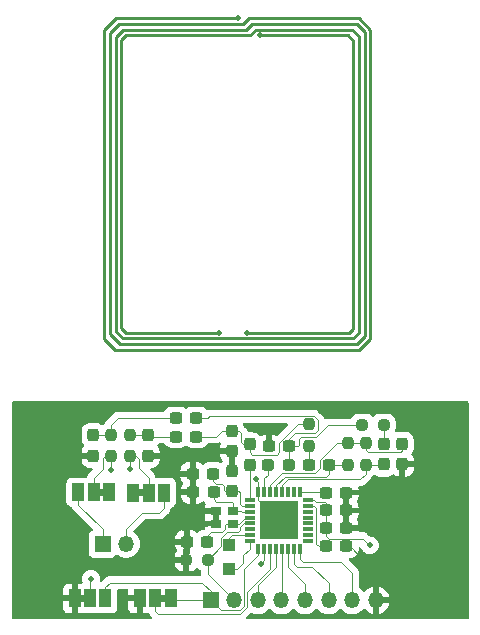
<source format=gtl>
G04 #@! TF.GenerationSoftware,KiCad,Pcbnew,7.0.9*
G04 #@! TF.CreationDate,2024-04-03T14:15:51+02:00*
G04 #@! TF.ProjectId,NFC_Programmer,4e46435f-5072-46f6-9772-616d6d65722e,3.0*
G04 #@! TF.SameCoordinates,Original*
G04 #@! TF.FileFunction,Copper,L1,Top*
G04 #@! TF.FilePolarity,Positive*
%FSLAX46Y46*%
G04 Gerber Fmt 4.6, Leading zero omitted, Abs format (unit mm)*
G04 Created by KiCad (PCBNEW 7.0.9) date 2024-04-03 14:15:51*
%MOMM*%
%LPD*%
G01*
G04 APERTURE LIST*
G04 Aperture macros list*
%AMRoundRect*
0 Rectangle with rounded corners*
0 $1 Rounding radius*
0 $2 $3 $4 $5 $6 $7 $8 $9 X,Y pos of 4 corners*
0 Add a 4 corners polygon primitive as box body*
4,1,4,$2,$3,$4,$5,$6,$7,$8,$9,$2,$3,0*
0 Add four circle primitives for the rounded corners*
1,1,$1+$1,$2,$3*
1,1,$1+$1,$4,$5*
1,1,$1+$1,$6,$7*
1,1,$1+$1,$8,$9*
0 Add four rect primitives between the rounded corners*
20,1,$1+$1,$2,$3,$4,$5,0*
20,1,$1+$1,$4,$5,$6,$7,0*
20,1,$1+$1,$6,$7,$8,$9,0*
20,1,$1+$1,$8,$9,$2,$3,0*%
G04 Aperture macros list end*
G04 #@! TA.AperFunction,SMDPad,CuDef*
%ADD10RoundRect,0.237500X-0.237500X0.250000X-0.237500X-0.250000X0.237500X-0.250000X0.237500X0.250000X0*%
G04 #@! TD*
G04 #@! TA.AperFunction,SMDPad,CuDef*
%ADD11RoundRect,0.237500X0.300000X0.237500X-0.300000X0.237500X-0.300000X-0.237500X0.300000X-0.237500X0*%
G04 #@! TD*
G04 #@! TA.AperFunction,SMDPad,CuDef*
%ADD12RoundRect,0.237500X0.237500X-0.250000X0.237500X0.250000X-0.237500X0.250000X-0.237500X-0.250000X0*%
G04 #@! TD*
G04 #@! TA.AperFunction,SMDPad,CuDef*
%ADD13R,1.000000X1.500000*%
G04 #@! TD*
G04 #@! TA.AperFunction,SMDPad,CuDef*
%ADD14R,1.000000X1.000000*%
G04 #@! TD*
G04 #@! TA.AperFunction,ComponentPad*
%ADD15R,1.350000X1.350000*%
G04 #@! TD*
G04 #@! TA.AperFunction,ComponentPad*
%ADD16O,1.350000X1.350000*%
G04 #@! TD*
G04 #@! TA.AperFunction,SMDPad,CuDef*
%ADD17RoundRect,0.237500X0.237500X-0.287500X0.237500X0.287500X-0.237500X0.287500X-0.237500X-0.287500X0*%
G04 #@! TD*
G04 #@! TA.AperFunction,SMDPad,CuDef*
%ADD18R,0.900000X0.800000*%
G04 #@! TD*
G04 #@! TA.AperFunction,SMDPad,CuDef*
%ADD19RoundRect,0.237500X0.237500X-0.300000X0.237500X0.300000X-0.237500X0.300000X-0.237500X-0.300000X0*%
G04 #@! TD*
G04 #@! TA.AperFunction,SMDPad,CuDef*
%ADD20RoundRect,0.237500X-0.237500X0.300000X-0.237500X-0.300000X0.237500X-0.300000X0.237500X0.300000X0*%
G04 #@! TD*
G04 #@! TA.AperFunction,SMDPad,CuDef*
%ADD21R,0.850000X0.300000*%
G04 #@! TD*
G04 #@! TA.AperFunction,SMDPad,CuDef*
%ADD22R,0.300000X0.850000*%
G04 #@! TD*
G04 #@! TA.AperFunction,SMDPad,CuDef*
%ADD23R,3.250000X3.250000*%
G04 #@! TD*
G04 #@! TA.AperFunction,SMDPad,CuDef*
%ADD24RoundRect,0.237500X-0.300000X-0.237500X0.300000X-0.237500X0.300000X0.237500X-0.300000X0.237500X0*%
G04 #@! TD*
G04 #@! TA.AperFunction,SMDPad,CuDef*
%ADD25RoundRect,0.237500X-0.250000X-0.237500X0.250000X-0.237500X0.250000X0.237500X-0.250000X0.237500X0*%
G04 #@! TD*
G04 #@! TA.AperFunction,SMDPad,CuDef*
%ADD26RoundRect,0.237500X-0.287500X-0.237500X0.287500X-0.237500X0.287500X0.237500X-0.287500X0.237500X0*%
G04 #@! TD*
G04 #@! TA.AperFunction,SMDPad,CuDef*
%ADD27RoundRect,0.237500X0.250000X0.237500X-0.250000X0.237500X-0.250000X-0.237500X0.250000X-0.237500X0*%
G04 #@! TD*
G04 #@! TA.AperFunction,ViaPad*
%ADD28C,0.360000*%
G04 #@! TD*
G04 #@! TA.AperFunction,ViaPad*
%ADD29C,0.500000*%
G04 #@! TD*
G04 #@! TA.AperFunction,Conductor*
%ADD30C,0.100000*%
G04 #@! TD*
G04 #@! TA.AperFunction,Conductor*
%ADD31C,0.250000*%
G04 #@! TD*
G04 APERTURE END LIST*
G04 #@! TA.AperFunction,EtchedComponent*
G36*
X132035000Y-99000000D02*
G01*
X131535000Y-99000000D01*
X131535000Y-98400000D01*
X132035000Y-98400000D01*
X132035000Y-99000000D01*
G37*
G04 #@! TD.AperFunction*
G04 #@! TA.AperFunction,EtchedComponent*
G36*
X128675000Y-98990000D02*
G01*
X128175000Y-98990000D01*
X128175000Y-98390000D01*
X128675000Y-98390000D01*
X128675000Y-98990000D01*
G37*
G04 #@! TD.AperFunction*
G04 #@! TA.AperFunction,EtchedComponent*
G36*
X133910000Y-107970000D02*
G01*
X133410000Y-107970000D01*
X133410000Y-107370000D01*
X133910000Y-107370000D01*
X133910000Y-107970000D01*
G37*
G04 #@! TD.AperFunction*
G04 #@! TA.AperFunction,EtchedComponent*
G36*
X127070000Y-107970000D02*
G01*
X126570000Y-107970000D01*
X126570000Y-107370000D01*
X127070000Y-107370000D01*
X127070000Y-107970000D01*
G37*
G04 #@! TD.AperFunction*
D10*
X150813750Y-94545000D03*
X150813750Y-96370000D03*
D11*
X147696750Y-96380000D03*
X145971750Y-96380000D03*
D12*
X145994250Y-94742500D03*
X145994250Y-92917500D03*
D13*
X131135000Y-98700000D03*
X132435000Y-98700000D03*
X133735000Y-98700000D03*
D14*
X139270000Y-103140000D03*
D11*
X137886750Y-97110000D03*
X136161750Y-97110000D03*
D15*
X128530000Y-103060000D03*
D16*
X130530000Y-103060000D03*
D17*
X140994250Y-96385000D03*
X140994250Y-94635000D03*
D11*
X136462500Y-93970000D03*
X134737500Y-93970000D03*
D18*
X139571750Y-100230000D03*
X138171750Y-100230000D03*
X138171750Y-101330000D03*
X139571750Y-101330000D03*
D19*
X139504250Y-98602500D03*
X139504250Y-96877500D03*
D20*
X139464250Y-93467500D03*
X139464250Y-95192500D03*
D21*
X145914250Y-102820000D03*
X145914250Y-102320000D03*
X145914250Y-101820000D03*
X145914250Y-101320000D03*
X145914250Y-100820000D03*
X145914250Y-100320000D03*
X145914250Y-99820000D03*
X145914250Y-99320000D03*
D22*
X145214250Y-98620000D03*
X144714250Y-98620000D03*
X144214250Y-98620000D03*
X143714250Y-98620000D03*
X143214250Y-98620000D03*
X142714250Y-98620000D03*
X142214250Y-98620000D03*
X141714250Y-98620000D03*
D21*
X141014250Y-99320000D03*
X141014250Y-99820000D03*
X141014250Y-100320000D03*
X141014250Y-100820000D03*
X141014250Y-101320000D03*
X141014250Y-101820000D03*
X141014250Y-102320000D03*
X141014250Y-102820000D03*
D22*
X141714250Y-103520000D03*
X142214250Y-103520000D03*
X142714250Y-103520000D03*
X143214250Y-103520000D03*
X143714250Y-103520000D03*
X144214250Y-103520000D03*
X144714250Y-103520000D03*
X145214250Y-103520000D03*
D23*
X143464250Y-101070000D03*
D15*
X137670000Y-107810000D03*
D16*
X139670000Y-107810000D03*
X141670000Y-107810000D03*
X143670000Y-107810000D03*
X145670000Y-107810000D03*
X147670000Y-107810000D03*
X149670000Y-107810000D03*
X151670000Y-107810000D03*
D10*
X130835000Y-93800000D03*
X130835000Y-95625000D03*
D19*
X152344250Y-96320000D03*
X152344250Y-94595000D03*
D11*
X136462500Y-92400000D03*
X134737500Y-92400000D03*
D24*
X147445000Y-98700000D03*
X149170000Y-98700000D03*
X147445000Y-100220000D03*
X149170000Y-100220000D03*
D12*
X149283250Y-96370000D03*
X149283250Y-94545000D03*
D20*
X153904250Y-94587500D03*
X153904250Y-96312500D03*
D24*
X147445000Y-101740000D03*
X149170000Y-101740000D03*
D10*
X129285000Y-93800000D03*
X129285000Y-95625000D03*
D25*
X150522500Y-92990000D03*
X152347500Y-92990000D03*
D20*
X132385000Y-93850000D03*
X132385000Y-95575000D03*
D19*
X127725000Y-95575000D03*
X127725000Y-93850000D03*
D11*
X137405000Y-102870000D03*
X135680000Y-102870000D03*
D26*
X142544250Y-96400000D03*
X144294250Y-96400000D03*
D27*
X137452500Y-104400000D03*
X135627500Y-104400000D03*
D13*
X129075000Y-98690000D03*
X127775000Y-98690000D03*
X126475000Y-98690000D03*
X134310000Y-107670000D03*
X133010000Y-107670000D03*
X131710000Y-107670000D03*
X126170000Y-107670000D03*
X127470000Y-107670000D03*
X128770000Y-107670000D03*
D24*
X142609250Y-94790000D03*
X144334250Y-94790000D03*
D11*
X137926750Y-98680000D03*
X136201750Y-98680000D03*
D14*
X139270000Y-105200000D03*
D24*
X147445000Y-103260000D03*
X149170000Y-103260000D03*
D28*
X159130000Y-95860000D03*
X128970000Y-104540000D03*
X157940000Y-91280000D03*
X131870000Y-105550000D03*
X124300000Y-91250000D03*
X125190000Y-98820000D03*
X127340000Y-91240000D03*
X157250000Y-91280000D03*
X129940000Y-105570000D03*
X142640000Y-109210000D03*
X135120000Y-99770000D03*
X150620000Y-109150000D03*
X121160000Y-98970000D03*
X122870000Y-109150000D03*
X154830000Y-109120000D03*
D29*
X134251582Y-95601582D03*
D28*
X126460000Y-94700000D03*
X144350000Y-91290000D03*
X159080000Y-104020000D03*
X155130000Y-94450000D03*
X129220000Y-91250000D03*
X125190000Y-98210000D03*
X130030000Y-109160000D03*
X134590000Y-100240000D03*
X148440000Y-92230000D03*
X150480000Y-99510000D03*
X154370000Y-97580000D03*
X153610000Y-106680000D03*
X155400000Y-109120000D03*
X123600000Y-91240000D03*
X133980000Y-97190000D03*
X159130000Y-96470000D03*
X121160000Y-92260000D03*
X152660000Y-97670000D03*
X134450000Y-102200000D03*
X154960000Y-93780000D03*
X125860000Y-109180000D03*
X121170000Y-91560000D03*
X141860000Y-91280000D03*
X121120000Y-108950000D03*
X148700000Y-91290000D03*
X158550000Y-91280000D03*
X125740000Y-97180000D03*
X121130000Y-106460000D03*
X132560000Y-101260000D03*
X137450000Y-95930000D03*
X159120000Y-92860000D03*
X127700000Y-104640000D03*
X143780000Y-91290000D03*
X124910000Y-108130000D03*
X148000000Y-91280000D03*
X121160000Y-92870000D03*
X151917606Y-102411550D03*
X152920000Y-91280000D03*
X147701096Y-92221952D03*
X149280000Y-92220000D03*
X159090000Y-99740000D03*
X139410000Y-91290000D03*
X159090000Y-101530000D03*
X132820000Y-105550000D03*
X131290000Y-109180000D03*
X133790000Y-101240000D03*
X153610000Y-108460000D03*
X151890000Y-97650000D03*
X159130000Y-95290000D03*
X130870000Y-105570000D03*
X131960000Y-102880000D03*
X134350000Y-103270000D03*
X128320000Y-104550000D03*
X125250000Y-109180000D03*
X127520000Y-92500000D03*
X127740000Y-109160000D03*
X159120000Y-98960000D03*
X126610000Y-96460000D03*
X134330000Y-104370000D03*
X131630000Y-104040000D03*
X158390000Y-109150000D03*
X121130000Y-104670000D03*
X134650000Y-105360000D03*
X152310000Y-91280000D03*
X126670000Y-92870000D03*
X126440000Y-93840000D03*
X140680000Y-91280000D03*
X156070000Y-91280000D03*
X136910000Y-99940000D03*
X150460000Y-100300000D03*
X140020000Y-91290000D03*
X153450000Y-97640000D03*
X134950000Y-98240000D03*
X154170000Y-109120000D03*
X151364342Y-91970000D03*
X135077887Y-95174346D03*
X155410000Y-91290000D03*
X159080000Y-107150000D03*
X123410000Y-109150000D03*
X159090000Y-105270000D03*
X136980000Y-95110000D03*
X128330000Y-92550000D03*
X153140000Y-106270000D03*
X150470000Y-98680000D03*
X148720000Y-109150000D03*
X121160000Y-94050000D03*
X121810000Y-91240000D03*
D29*
X142620000Y-93280000D03*
D28*
X131010000Y-91250000D03*
X121690000Y-109150000D03*
X149880000Y-91290000D03*
X125480000Y-91250000D03*
X128310000Y-109160000D03*
X153610000Y-107250000D03*
X127050000Y-102380000D03*
X127910000Y-91240000D03*
X156550000Y-109120000D03*
X153600000Y-109120000D03*
X131820000Y-109180000D03*
X151460000Y-104220000D03*
X124910000Y-107590000D03*
X150530000Y-100960000D03*
X134950000Y-96480000D03*
X136540000Y-95870000D03*
X153540000Y-92730000D03*
X131960000Y-101650000D03*
X121130000Y-105850000D03*
X155130000Y-95290000D03*
X126400000Y-109180000D03*
X130430000Y-104500000D03*
X125760000Y-106200000D03*
X159080000Y-107760000D03*
X124910000Y-106980000D03*
X127050000Y-104100000D03*
X124910000Y-106410000D03*
X133540000Y-91240000D03*
X159090000Y-104660000D03*
X152060000Y-103740000D03*
X128800000Y-105570000D03*
X121120000Y-107160000D03*
X131160000Y-104360000D03*
X121120000Y-108340000D03*
X135620000Y-95890000D03*
X156010000Y-109120000D03*
X132850000Y-91240000D03*
X159130000Y-94680000D03*
X127050000Y-102950000D03*
X121130000Y-100360000D03*
X152220000Y-103020000D03*
X121120000Y-102240000D03*
X152310000Y-106410000D03*
X121160000Y-93440000D03*
X126970000Y-109180000D03*
X151740000Y-91280000D03*
X125190000Y-99360000D03*
X121130000Y-101540000D03*
X159120000Y-93430000D03*
X159090000Y-100920000D03*
X126670000Y-97160000D03*
X128970000Y-92080000D03*
D29*
X150700000Y-104480000D03*
D28*
X159080000Y-108330000D03*
X129460000Y-109160000D03*
X122420000Y-91240000D03*
X159120000Y-97780000D03*
X126540000Y-105870000D03*
X131780000Y-102240000D03*
X121160000Y-98360000D03*
X133530000Y-96280000D03*
X159090000Y-106450000D03*
X121130000Y-105280000D03*
X121120000Y-104030000D03*
X146820000Y-91280000D03*
X129780000Y-104480000D03*
X159130000Y-91550000D03*
X132280000Y-91240000D03*
X136340000Y-101680000D03*
X157120000Y-109120000D03*
X130400000Y-91250000D03*
X128520000Y-91240000D03*
X125670000Y-100350000D03*
X159080000Y-108940000D03*
X159120000Y-97170000D03*
X133210000Y-96990000D03*
X142470000Y-91280000D03*
X154800000Y-91290000D03*
X147200000Y-91900000D03*
X122990000Y-91240000D03*
X125190000Y-99930000D03*
X145600000Y-91280000D03*
X128920000Y-109160000D03*
X151070000Y-98110000D03*
X149310000Y-91290000D03*
X121130000Y-99750000D03*
X124910000Y-91250000D03*
X152170000Y-91820000D03*
X157820000Y-109150000D03*
X154230000Y-91290000D03*
X151130000Y-91280000D03*
X159090000Y-105840000D03*
X129830000Y-91250000D03*
X146210000Y-91280000D03*
X123980000Y-109150000D03*
X137000000Y-100650000D03*
X134960000Y-99050000D03*
D29*
X136870000Y-101300000D03*
D28*
X159090000Y-100350000D03*
X131670000Y-91240000D03*
X127100000Y-101690000D03*
X136100000Y-95140000D03*
X122260000Y-109150000D03*
X146740000Y-109170000D03*
X127050000Y-103560000D03*
X126090000Y-91250000D03*
X159120000Y-98350000D03*
X147390000Y-91280000D03*
X121170000Y-95300000D03*
X126130000Y-100790000D03*
X134890000Y-97330000D03*
X136100000Y-99920000D03*
X121160000Y-97180000D03*
X130670000Y-109180000D03*
X126610000Y-101210000D03*
X121120000Y-107770000D03*
X121170000Y-95870000D03*
X149880000Y-91890000D03*
X144960000Y-91290000D03*
X121120000Y-102850000D03*
X151124464Y-102010199D03*
X159080000Y-102230000D03*
X121120000Y-103420000D03*
X143170000Y-91290000D03*
X124910000Y-108700000D03*
X159120000Y-94040000D03*
X144710000Y-109150000D03*
X134250000Y-100770000D03*
X121130000Y-100930000D03*
X153420000Y-92190000D03*
X155210000Y-96260000D03*
D29*
X137990000Y-95230000D03*
D28*
X121170000Y-96480000D03*
X150570000Y-101750000D03*
X156680000Y-91280000D03*
X125190000Y-97640000D03*
X135450000Y-101790000D03*
X126700000Y-105300000D03*
X159080000Y-102840000D03*
X153610000Y-107890000D03*
X154390000Y-93370000D03*
X153620000Y-91290000D03*
X159120000Y-92250000D03*
X150680000Y-105400000D03*
D29*
X125870000Y-95560000D03*
D28*
X121160000Y-97790000D03*
X150700000Y-106280000D03*
X121170000Y-94690000D03*
X152140000Y-109230000D03*
D29*
X141500000Y-97570000D03*
D28*
X127050000Y-104670000D03*
X155050000Y-97220000D03*
X128250000Y-105320000D03*
X124680000Y-109180000D03*
X159080000Y-103410000D03*
X141290000Y-91280000D03*
X153610000Y-93260000D03*
X133840000Y-105540000D03*
X133130000Y-101260000D03*
X152870000Y-91870000D03*
X150690000Y-91810000D03*
X151510000Y-106310000D03*
X132400000Y-109200000D03*
X150490000Y-91290000D03*
X126730000Y-91240000D03*
X131940000Y-103530000D03*
D29*
X151160000Y-103180000D03*
X127550000Y-105990000D03*
X141910000Y-104760000D03*
X141830000Y-60000000D03*
X140730000Y-85158500D03*
X140010000Y-58550000D03*
X138400000Y-85180000D03*
X130850000Y-96740000D03*
X129280000Y-96770000D03*
D30*
X146610000Y-99990750D02*
X146610000Y-103040000D01*
X146439250Y-99820000D02*
X146610000Y-99990750D01*
X146830000Y-103260000D02*
X147445000Y-103260000D01*
X146610000Y-103040000D02*
X146830000Y-103260000D01*
X145914250Y-99820000D02*
X146439250Y-99820000D01*
X138171750Y-101330000D02*
X136900000Y-101330000D01*
X134225000Y-95575000D02*
X134251582Y-95601582D01*
X142609250Y-94790000D02*
X142609250Y-93290750D01*
X138027500Y-95192500D02*
X137990000Y-95230000D01*
X125885000Y-95575000D02*
X125870000Y-95560000D01*
X136900000Y-101330000D02*
X136870000Y-101300000D01*
X139464250Y-95192500D02*
X138027500Y-95192500D01*
X142609250Y-93290750D02*
X142620000Y-93280000D01*
X143464250Y-101070000D02*
X141714250Y-99320000D01*
X149480000Y-103260000D02*
X150700000Y-104480000D01*
X149170000Y-103260000D02*
X149480000Y-103260000D01*
X141714250Y-97784250D02*
X141500000Y-97570000D01*
X132385000Y-95575000D02*
X134225000Y-95575000D01*
X127725000Y-95575000D02*
X125885000Y-95575000D01*
X141714250Y-98620000D02*
X141714250Y-97784250D01*
X141714250Y-99320000D02*
X141714250Y-98620000D01*
X147365000Y-98620000D02*
X147445000Y-98700000D01*
X145214250Y-98620000D02*
X147365000Y-98620000D01*
X139504250Y-98602500D02*
X140056750Y-98602500D01*
X138824250Y-98510000D02*
X138916750Y-98602500D01*
X137886750Y-97732500D02*
X138134250Y-97980000D01*
X140204250Y-98750000D02*
X140204250Y-99700000D01*
X137886750Y-97110000D02*
X137886750Y-97732500D01*
X138134250Y-97980000D02*
X138684250Y-97980000D01*
X138684250Y-97980000D02*
X138824250Y-98120000D01*
X140324250Y-99820000D02*
X141014250Y-99820000D01*
X140204250Y-99700000D02*
X140324250Y-99820000D01*
X138916750Y-98602500D02*
X139504250Y-98602500D01*
X140056750Y-98602500D02*
X140204250Y-98750000D01*
X138824250Y-98120000D02*
X138824250Y-98510000D01*
X140064250Y-101330000D02*
X139571750Y-101330000D01*
X141014250Y-100820000D02*
X140574250Y-100820000D01*
X137405000Y-102365000D02*
X137690000Y-102080000D01*
X138900000Y-101830000D02*
X138900000Y-101430000D01*
X139000000Y-101330000D02*
X139571750Y-101330000D01*
X140574250Y-100820000D02*
X140064250Y-101330000D01*
X138900000Y-101430000D02*
X139000000Y-101330000D01*
X138650000Y-102080000D02*
X138900000Y-101830000D01*
X137690000Y-102080000D02*
X138650000Y-102080000D01*
X137405000Y-102870000D02*
X137405000Y-102365000D01*
X143714250Y-98095000D02*
X144212250Y-97597000D01*
X150813750Y-97140500D02*
X150813750Y-96370000D01*
X150813750Y-96370000D02*
X152294250Y-96370000D01*
X144212250Y-97597000D02*
X150357250Y-97597000D01*
X150357250Y-97597000D02*
X150813750Y-97140500D01*
X143714250Y-98620000D02*
X143714250Y-98095000D01*
X152294250Y-96370000D02*
X152344250Y-96320000D01*
X152347500Y-94591750D02*
X152344250Y-94595000D01*
X152347500Y-92990000D02*
X152347500Y-94591750D01*
X145050000Y-94790000D02*
X144334250Y-94790000D01*
X136462500Y-92400000D02*
X137430000Y-92400000D01*
X144294250Y-94830000D02*
X144334250Y-94790000D01*
X145170000Y-94670000D02*
X145050000Y-94790000D01*
X146410022Y-92253000D02*
X146750000Y-92592978D01*
X145350000Y-94000000D02*
X145170000Y-94180000D01*
X146570000Y-94000000D02*
X145350000Y-94000000D01*
X150522500Y-92990000D02*
X147580000Y-92990000D01*
X144334250Y-94135750D02*
X144334250Y-94790000D01*
X145170000Y-94180000D02*
X145170000Y-94670000D01*
X137577000Y-92253000D02*
X146410022Y-92253000D01*
X146750000Y-93420000D02*
X146550000Y-93620000D01*
X137430000Y-92400000D02*
X137577000Y-92253000D01*
X144294250Y-96400000D02*
X144294250Y-94830000D01*
X146750000Y-92592978D02*
X146750000Y-93420000D01*
X147580000Y-92990000D02*
X146570000Y-94000000D01*
X144850000Y-93620000D02*
X144334250Y-94135750D01*
X146550000Y-93620000D02*
X144850000Y-93620000D01*
X140994250Y-95284250D02*
X140994250Y-94635000D01*
X145076478Y-92917500D02*
X143480000Y-94513978D01*
X140067500Y-93467500D02*
X140270000Y-93670000D01*
X143480000Y-94513978D02*
X143480000Y-95290000D01*
X143280000Y-95490000D02*
X141200000Y-95490000D01*
X139464250Y-93467500D02*
X140067500Y-93467500D01*
X140445000Y-94635000D02*
X140994250Y-94635000D01*
X145994250Y-92917500D02*
X145076478Y-92917500D01*
X143480000Y-95290000D02*
X143280000Y-95490000D01*
X136462500Y-93970000D02*
X138120000Y-93970000D01*
X140270000Y-94460000D02*
X140445000Y-94635000D01*
X140270000Y-93670000D02*
X140270000Y-94460000D01*
X141200000Y-95490000D02*
X140994250Y-95284250D01*
X138120000Y-93970000D02*
X138622500Y-93467500D01*
X138622500Y-93467500D02*
X139464250Y-93467500D01*
X130835000Y-93800000D02*
X132335000Y-93800000D01*
X132505000Y-93970000D02*
X132385000Y-93850000D01*
X134737500Y-93970000D02*
X132505000Y-93970000D01*
X132335000Y-93800000D02*
X132385000Y-93850000D01*
X127725000Y-93850000D02*
X129235000Y-93850000D01*
X129235000Y-93850000D02*
X129285000Y-93800000D01*
X129870000Y-92400000D02*
X129285000Y-92985000D01*
X129285000Y-92985000D02*
X129285000Y-93800000D01*
X134737500Y-92400000D02*
X129870000Y-92400000D01*
X153904250Y-95145750D02*
X153740500Y-95309500D01*
X143757250Y-97052000D02*
X146532250Y-97052000D01*
X150979500Y-95309500D02*
X150813750Y-95143750D01*
X150813750Y-95143750D02*
X150813750Y-94545000D01*
X146532250Y-97052000D02*
X146954250Y-96630000D01*
X153740500Y-95309500D02*
X150979500Y-95309500D01*
X142714250Y-98095000D02*
X143757250Y-97052000D01*
X149283250Y-94545000D02*
X150813750Y-94545000D01*
X148369250Y-94545000D02*
X149283250Y-94545000D01*
X146954250Y-96630000D02*
X146954250Y-95960000D01*
X153904250Y-94587500D02*
X153904250Y-95145750D01*
X146954250Y-95960000D02*
X148369250Y-94545000D01*
X142714250Y-98620000D02*
X142714250Y-98095000D01*
X143939250Y-97370000D02*
X147474250Y-97370000D01*
X143214250Y-98620000D02*
X143214250Y-98095000D01*
X149273250Y-96380000D02*
X149283250Y-96370000D01*
X143214250Y-98095000D02*
X143939250Y-97370000D01*
X147474250Y-97370000D02*
X147696750Y-97147500D01*
X147696750Y-97147500D02*
X147696750Y-96380000D01*
X147696750Y-96380000D02*
X149273250Y-96380000D01*
X145971750Y-94765000D02*
X145994250Y-94742500D01*
X145971750Y-96380000D02*
X145971750Y-94765000D01*
X140994250Y-99300000D02*
X141014250Y-99320000D01*
X140994250Y-96385000D02*
X140994250Y-99300000D01*
X142214250Y-98620000D02*
X142214250Y-97510000D01*
X142544250Y-97180000D02*
X142544250Y-96400000D01*
X142214250Y-97510000D02*
X142544250Y-97180000D01*
X139270000Y-102540000D02*
X139490000Y-102320000D01*
X139270000Y-103140000D02*
X139270000Y-102540000D01*
X139490000Y-102320000D02*
X141014250Y-102320000D01*
X144214250Y-105004250D02*
X145670000Y-106460000D01*
X145670000Y-106460000D02*
X145670000Y-107810000D01*
X144214250Y-103520000D02*
X144214250Y-105004250D01*
X145214250Y-104314250D02*
X145470000Y-104570000D01*
X148730000Y-104570000D02*
X149670000Y-105510000D01*
X145214250Y-103520000D02*
X145214250Y-104314250D01*
X145470000Y-104570000D02*
X148730000Y-104570000D01*
X149670000Y-105510000D02*
X149670000Y-107810000D01*
X147670000Y-106390000D02*
X147670000Y-107810000D01*
X144714250Y-104734250D02*
X145000000Y-105020000D01*
X144714250Y-103520000D02*
X144714250Y-104734250D01*
X146300000Y-105020000D02*
X147670000Y-106390000D01*
X145000000Y-105020000D02*
X146300000Y-105020000D01*
X140035750Y-102070000D02*
X140198750Y-101907000D01*
X137452500Y-104400000D02*
X137452500Y-105592500D01*
X137452500Y-104400000D02*
X138593000Y-103259500D01*
X138593000Y-102547000D02*
X139070000Y-102070000D01*
X137452500Y-105592500D02*
X139670000Y-107810000D01*
X140489250Y-101320000D02*
X141014250Y-101320000D01*
X138593000Y-103259500D02*
X138593000Y-102547000D01*
X140198750Y-101907000D02*
X140198750Y-101610500D01*
X140198750Y-101610500D02*
X140489250Y-101320000D01*
X139070000Y-102070000D02*
X140035750Y-102070000D01*
X138522000Y-108662000D02*
X137670000Y-107810000D01*
X137670000Y-107010000D02*
X136990000Y-106330000D01*
X137670000Y-107810000D02*
X137670000Y-107010000D01*
X145914250Y-99320000D02*
X146439250Y-99320000D01*
X129170000Y-106330000D02*
X128770000Y-106730000D01*
X147445000Y-101740000D02*
X147445000Y-102365000D01*
X140138000Y-108662000D02*
X138522000Y-108662000D01*
X147380000Y-99510000D02*
X147445000Y-99575000D01*
X137670000Y-107810000D02*
X134450000Y-107810000D01*
X140530000Y-108270000D02*
X140138000Y-108662000D01*
X151170000Y-103220000D02*
X151170000Y-103190000D01*
X134450000Y-107810000D02*
X134310000Y-107670000D01*
X147445000Y-99575000D02*
X147445000Y-100220000D01*
X147688000Y-102608000D02*
X150558000Y-102608000D01*
X128770000Y-106730000D02*
X128770000Y-107670000D01*
X141714250Y-104005750D02*
X140530000Y-105190000D01*
X147445000Y-102365000D02*
X147688000Y-102608000D01*
X146629250Y-99510000D02*
X147380000Y-99510000D01*
X136990000Y-106330000D02*
X129170000Y-106330000D01*
X150558000Y-102608000D02*
X151170000Y-103220000D01*
X141714250Y-103520000D02*
X141714250Y-104005750D01*
X140530000Y-105190000D02*
X140530000Y-108270000D01*
X147445000Y-100220000D02*
X147445000Y-101740000D01*
X146439250Y-99320000D02*
X146629250Y-99510000D01*
X143714250Y-107765750D02*
X143670000Y-107810000D01*
X143714250Y-103520000D02*
X143714250Y-107765750D01*
X141670000Y-106530000D02*
X141670000Y-107810000D01*
X143214250Y-103520000D02*
X143214250Y-104985750D01*
X143214250Y-104985750D02*
X141670000Y-106530000D01*
X140354250Y-100320000D02*
X141014249Y-100320000D01*
X137926750Y-98680000D02*
X137926750Y-99262500D01*
X138154250Y-99490000D02*
X139454250Y-99490000D01*
X139584250Y-99620000D02*
X139571750Y-99632500D01*
X137926750Y-99262500D02*
X138154250Y-99490000D01*
X139571750Y-99632500D02*
X139571750Y-100230000D01*
X140244250Y-100230000D02*
X140344250Y-100330000D01*
X139454250Y-99490000D02*
X139584250Y-99620000D01*
X139571750Y-100230000D02*
X140244250Y-100230000D01*
X140344250Y-100330000D02*
X140354250Y-100320000D01*
X127470000Y-106070000D02*
X127470000Y-107670000D01*
X142214250Y-103520000D02*
X142214250Y-104455750D01*
X142214250Y-104455750D02*
X141910000Y-104760000D01*
X127550000Y-105990000D02*
X127470000Y-106070000D01*
X140760000Y-107118974D02*
X140760000Y-108361026D01*
X140760000Y-108361026D02*
X140176026Y-108945000D01*
X142714250Y-105164724D02*
X140760000Y-107118974D01*
X133010000Y-108750000D02*
X133010000Y-107670000D01*
X133210000Y-108950000D02*
X133205000Y-108945000D01*
X142714250Y-103520000D02*
X142714250Y-105164724D01*
X140175513Y-108950000D02*
X133210000Y-108950000D01*
X133205000Y-108945000D02*
X133010000Y-108750000D01*
X133735000Y-98700000D02*
X133735000Y-100035000D01*
X131850000Y-100430000D02*
X130530000Y-101750000D01*
X133735000Y-100035000D02*
X133340000Y-100430000D01*
X130530000Y-101750000D02*
X130530000Y-103060000D01*
X133340000Y-100430000D02*
X131850000Y-100430000D01*
D31*
X130110000Y-84750000D02*
X130540000Y-85180000D01*
X149680000Y-59520000D02*
X141520000Y-59520000D01*
X150250000Y-86620000D02*
X151200000Y-85670000D01*
X140890000Y-58560000D02*
X140410000Y-59040000D01*
D30*
X132435000Y-97435000D02*
X132435000Y-98700000D01*
D31*
X149760000Y-60440000D02*
X149320000Y-60000000D01*
D30*
X129285000Y-95625000D02*
X129285000Y-96765000D01*
D31*
X130220000Y-59520000D02*
X129630000Y-60110000D01*
X140740000Y-85180000D02*
X140740000Y-85168500D01*
D30*
X130835000Y-95625000D02*
X130835000Y-96725000D01*
X128715000Y-95625000D02*
X128590000Y-95750000D01*
D31*
X129630000Y-85070000D02*
X130220000Y-85660000D01*
D30*
X130835000Y-95625000D02*
X131375000Y-95625000D01*
X131590000Y-96590000D02*
X132435000Y-97435000D01*
D31*
X129150000Y-85290000D02*
X130000000Y-86140000D01*
X128670000Y-59520000D02*
X128670000Y-85670000D01*
X140740000Y-85180000D02*
X149420000Y-85180000D01*
X129630000Y-60110000D02*
X129630000Y-85070000D01*
X130000000Y-86140000D02*
X150030000Y-86140000D01*
X130540000Y-85180000D02*
X138400000Y-85180000D01*
X130110000Y-60400000D02*
X130110000Y-84750000D01*
D30*
X129285000Y-96765000D02*
X129280000Y-96770000D01*
D31*
X150240000Y-85190000D02*
X150240000Y-60080000D01*
X140670000Y-59520000D02*
X130220000Y-59520000D01*
X150030000Y-86140000D02*
X150720000Y-85450000D01*
D30*
X131375000Y-95625000D02*
X131590000Y-95840000D01*
D31*
X128670000Y-85670000D02*
X129620000Y-86620000D01*
X150030000Y-59040000D02*
X141150000Y-59040000D01*
X140410000Y-59040000D02*
X129880000Y-59040000D01*
D30*
X128590000Y-95750000D02*
X128590000Y-96670000D01*
D31*
X149320000Y-60000000D02*
X141830000Y-60000000D01*
D30*
X129285000Y-95625000D02*
X128715000Y-95625000D01*
D31*
X129150000Y-59770000D02*
X129150000Y-85290000D01*
X149420000Y-85180000D02*
X149760000Y-84840000D01*
X130510000Y-60000000D02*
X130110000Y-60400000D01*
X151200000Y-59520000D02*
X150240000Y-58560000D01*
X129880000Y-59040000D02*
X129150000Y-59770000D01*
X141150000Y-59040000D02*
X140670000Y-59520000D01*
X140740000Y-85168500D02*
X140730000Y-85158500D01*
X140010000Y-58560000D02*
X129630000Y-58560000D01*
X149760000Y-84840000D02*
X149760000Y-60440000D01*
X130220000Y-85660000D02*
X149770000Y-85660000D01*
D30*
X128590000Y-96670000D02*
X127775000Y-97485000D01*
D31*
X149770000Y-85660000D02*
X150240000Y-85190000D01*
X151200000Y-85670000D02*
X151200000Y-59520000D01*
X129630000Y-58560000D02*
X128670000Y-59520000D01*
X140010000Y-58560000D02*
X140010000Y-58550000D01*
D30*
X131590000Y-95840000D02*
X131590000Y-96590000D01*
D31*
X150240000Y-58560000D02*
X140890000Y-58560000D01*
X150240000Y-60080000D02*
X149680000Y-59520000D01*
X141040000Y-60000000D02*
X130510000Y-60000000D01*
X129620000Y-86620000D02*
X150250000Y-86620000D01*
D30*
X127775000Y-97485000D02*
X127775000Y-98690000D01*
D31*
X150720000Y-85450000D02*
X150720000Y-59730000D01*
X141520000Y-59520000D02*
X141040000Y-60000000D01*
X150720000Y-59730000D02*
X150030000Y-59040000D01*
D30*
X130835000Y-96725000D02*
X130850000Y-96740000D01*
X126475000Y-99775000D02*
X128530000Y-101830000D01*
X128530000Y-101830000D02*
X128530000Y-103060000D01*
X126475000Y-98690000D02*
X126475000Y-99775000D01*
X139270000Y-105200000D02*
X139920000Y-105200000D01*
X140440000Y-104680000D02*
X140440000Y-104030000D01*
X140440000Y-104030000D02*
X141014250Y-103455750D01*
X139920000Y-105200000D02*
X140440000Y-104680000D01*
X141014250Y-103455750D02*
X141014250Y-102820000D01*
G04 #@! TA.AperFunction,Conductor*
G36*
X159457539Y-90979685D02*
G01*
X159503294Y-91032489D01*
X159514500Y-91084000D01*
X159514500Y-109310500D01*
X159494815Y-109377539D01*
X159442011Y-109423294D01*
X159390500Y-109434500D01*
X140764412Y-109434500D01*
X140697373Y-109414815D01*
X140651618Y-109362011D01*
X140641674Y-109292853D01*
X140670699Y-109229297D01*
X140676731Y-109222819D01*
X140838683Y-109060867D01*
X141006644Y-108892905D01*
X141067965Y-108859422D01*
X141137656Y-108864406D01*
X141139117Y-108864962D01*
X141196939Y-108887362D01*
X141346931Y-108945470D01*
X141561074Y-108985500D01*
X141561076Y-108985500D01*
X141778924Y-108985500D01*
X141778926Y-108985500D01*
X141993069Y-108945470D01*
X142196210Y-108866772D01*
X142381432Y-108752088D01*
X142542427Y-108605322D01*
X142571047Y-108567422D01*
X142627153Y-108525787D01*
X142696865Y-108521094D01*
X142758048Y-108554836D01*
X142768946Y-108567414D01*
X142797573Y-108605322D01*
X142958568Y-108752088D01*
X142958575Y-108752092D01*
X142958576Y-108752093D01*
X143143786Y-108866770D01*
X143143792Y-108866773D01*
X143166664Y-108875633D01*
X143346931Y-108945470D01*
X143561074Y-108985500D01*
X143561076Y-108985500D01*
X143778924Y-108985500D01*
X143778926Y-108985500D01*
X143993069Y-108945470D01*
X144196210Y-108866772D01*
X144381432Y-108752088D01*
X144542427Y-108605322D01*
X144571047Y-108567422D01*
X144627153Y-108525787D01*
X144696865Y-108521094D01*
X144758048Y-108554836D01*
X144768946Y-108567414D01*
X144797573Y-108605322D01*
X144958568Y-108752088D01*
X144958575Y-108752092D01*
X144958576Y-108752093D01*
X145143786Y-108866770D01*
X145143792Y-108866773D01*
X145166664Y-108875633D01*
X145346931Y-108945470D01*
X145561074Y-108985500D01*
X145561076Y-108985500D01*
X145778924Y-108985500D01*
X145778926Y-108985500D01*
X145993069Y-108945470D01*
X146196210Y-108866772D01*
X146381432Y-108752088D01*
X146542427Y-108605322D01*
X146571047Y-108567422D01*
X146627153Y-108525787D01*
X146696865Y-108521094D01*
X146758048Y-108554836D01*
X146768946Y-108567414D01*
X146797573Y-108605322D01*
X146958568Y-108752088D01*
X146958575Y-108752092D01*
X146958576Y-108752093D01*
X147143786Y-108866770D01*
X147143792Y-108866773D01*
X147166664Y-108875633D01*
X147346931Y-108945470D01*
X147561074Y-108985500D01*
X147561076Y-108985500D01*
X147778924Y-108985500D01*
X147778926Y-108985500D01*
X147993069Y-108945470D01*
X148196210Y-108866772D01*
X148381432Y-108752088D01*
X148542427Y-108605322D01*
X148571047Y-108567422D01*
X148627153Y-108525787D01*
X148696865Y-108521094D01*
X148758048Y-108554836D01*
X148768946Y-108567414D01*
X148797573Y-108605322D01*
X148958568Y-108752088D01*
X148958575Y-108752092D01*
X148958576Y-108752093D01*
X149143786Y-108866770D01*
X149143792Y-108866773D01*
X149166664Y-108875633D01*
X149346931Y-108945470D01*
X149561074Y-108985500D01*
X149561076Y-108985500D01*
X149778924Y-108985500D01*
X149778926Y-108985500D01*
X149993069Y-108945470D01*
X150196210Y-108866772D01*
X150381432Y-108752088D01*
X150542427Y-108605322D01*
X150571359Y-108567009D01*
X150627465Y-108525373D01*
X150697177Y-108520680D01*
X150758360Y-108554421D01*
X150769267Y-108567009D01*
X150797942Y-108604981D01*
X150797949Y-108604989D01*
X150958868Y-108751685D01*
X151144012Y-108866322D01*
X151144023Y-108866327D01*
X151347060Y-108944984D01*
X151420000Y-108958619D01*
X151420000Y-108125686D01*
X151431955Y-108137641D01*
X151544852Y-108195165D01*
X151638519Y-108210000D01*
X151701481Y-108210000D01*
X151795148Y-108195165D01*
X151908045Y-108137641D01*
X151920000Y-108125686D01*
X151920000Y-108958619D01*
X151992939Y-108944984D01*
X152195976Y-108866327D01*
X152195987Y-108866322D01*
X152381130Y-108751685D01*
X152381131Y-108751685D01*
X152542054Y-108604985D01*
X152673284Y-108431208D01*
X152770348Y-108236280D01*
X152820505Y-108060000D01*
X151985686Y-108060000D01*
X151997641Y-108048045D01*
X152055165Y-107935148D01*
X152074986Y-107810000D01*
X152055165Y-107684852D01*
X151997641Y-107571955D01*
X151985686Y-107560000D01*
X152820505Y-107560000D01*
X152820505Y-107559999D01*
X152770348Y-107383719D01*
X152673284Y-107188791D01*
X152542054Y-107015014D01*
X152381131Y-106868314D01*
X152195987Y-106753677D01*
X152195985Y-106753676D01*
X151992931Y-106675013D01*
X151992921Y-106675010D01*
X151920001Y-106661378D01*
X151920000Y-106661379D01*
X151920000Y-107494314D01*
X151908045Y-107482359D01*
X151795148Y-107424835D01*
X151701481Y-107410000D01*
X151638519Y-107410000D01*
X151544852Y-107424835D01*
X151431955Y-107482359D01*
X151420000Y-107494314D01*
X151420000Y-106661379D01*
X151419998Y-106661378D01*
X151347078Y-106675010D01*
X151347068Y-106675013D01*
X151144014Y-106753676D01*
X151144012Y-106753677D01*
X150958869Y-106868314D01*
X150958868Y-106868314D01*
X150797945Y-107015014D01*
X150769267Y-107052990D01*
X150713157Y-107094626D01*
X150643445Y-107099317D01*
X150582264Y-107065575D01*
X150571359Y-107052990D01*
X150562547Y-107041321D01*
X150542427Y-107014678D01*
X150381432Y-106867912D01*
X150292144Y-106812627D01*
X150279222Y-106804626D01*
X150232587Y-106752598D01*
X150220500Y-106699199D01*
X150220500Y-105519414D01*
X150220572Y-105517295D01*
X150222763Y-105453174D01*
X150216974Y-105429421D01*
X150212281Y-105410163D01*
X150211094Y-105403918D01*
X150210878Y-105402347D01*
X150205070Y-105360080D01*
X150197919Y-105343617D01*
X150191181Y-105323583D01*
X150186933Y-105306148D01*
X150165234Y-105267556D01*
X150162414Y-105261878D01*
X150161225Y-105259141D01*
X150144780Y-105221280D01*
X150144780Y-105221279D01*
X150133458Y-105207363D01*
X150121557Y-105189876D01*
X150112768Y-105174244D01*
X150112767Y-105174243D01*
X150112766Y-105174241D01*
X150081456Y-105142931D01*
X150077210Y-105138225D01*
X150069812Y-105129132D01*
X150049278Y-105103892D01*
X150034612Y-105093539D01*
X150018445Y-105079920D01*
X149385205Y-104446680D01*
X149351720Y-104385357D01*
X149356704Y-104315665D01*
X149398576Y-104259732D01*
X149464040Y-104235315D01*
X149472886Y-104234999D01*
X149519140Y-104234999D01*
X149519154Y-104234998D01*
X149620152Y-104224680D01*
X149783800Y-104170453D01*
X149783811Y-104170448D01*
X149930534Y-104079947D01*
X149930538Y-104079944D01*
X150052444Y-103958038D01*
X150052447Y-103958034D01*
X150142948Y-103811311D01*
X150142953Y-103811300D01*
X150197180Y-103647652D01*
X150207499Y-103546654D01*
X150207499Y-103460045D01*
X150227183Y-103393006D01*
X150279986Y-103347250D01*
X150349145Y-103337306D01*
X150412701Y-103366330D01*
X150448540Y-103419089D01*
X150479542Y-103507686D01*
X150479547Y-103507697D01*
X150569518Y-103650884D01*
X150569523Y-103650890D01*
X150689109Y-103770476D01*
X150689115Y-103770481D01*
X150832302Y-103860452D01*
X150832305Y-103860454D01*
X150832309Y-103860455D01*
X150832310Y-103860456D01*
X150889047Y-103880309D01*
X150991943Y-103916314D01*
X151159997Y-103935249D01*
X151160000Y-103935249D01*
X151160003Y-103935249D01*
X151328056Y-103916314D01*
X151328059Y-103916313D01*
X151487690Y-103860456D01*
X151487692Y-103860454D01*
X151487694Y-103860454D01*
X151487697Y-103860452D01*
X151630884Y-103770481D01*
X151630885Y-103770480D01*
X151630890Y-103770477D01*
X151750477Y-103650890D01*
X151802341Y-103568350D01*
X151840452Y-103507697D01*
X151840454Y-103507694D01*
X151840454Y-103507692D01*
X151840456Y-103507690D01*
X151896313Y-103348059D01*
X151896313Y-103348058D01*
X151896314Y-103348056D01*
X151915249Y-103180002D01*
X151915249Y-103179997D01*
X151896314Y-103011943D01*
X151840454Y-102852305D01*
X151840452Y-102852302D01*
X151750481Y-102709115D01*
X151750476Y-102709109D01*
X151630890Y-102589523D01*
X151630884Y-102589518D01*
X151487697Y-102499547D01*
X151487694Y-102499545D01*
X151328055Y-102443685D01*
X151195539Y-102428755D01*
X151131125Y-102401689D01*
X151121741Y-102393216D01*
X150953906Y-102225381D01*
X150908680Y-102176956D01*
X150878392Y-102158537D01*
X150870861Y-102153957D01*
X150865610Y-102150383D01*
X150830341Y-102123638D01*
X150830342Y-102123638D01*
X150813642Y-102117052D01*
X150794716Y-102107652D01*
X150779380Y-102098327D01*
X150736758Y-102086384D01*
X150730740Y-102084360D01*
X150689565Y-102068124D01*
X150689556Y-102068122D01*
X150671716Y-102066288D01*
X150650951Y-102062342D01*
X150633669Y-102057500D01*
X150633665Y-102057500D01*
X150589406Y-102057500D01*
X150583064Y-102057175D01*
X150555427Y-102054333D01*
X150539029Y-102052648D01*
X150539024Y-102052648D01*
X150521344Y-102055697D01*
X150500276Y-102057500D01*
X150326362Y-102057500D01*
X150259323Y-102037815D01*
X150238681Y-102021181D01*
X150207500Y-101990000D01*
X149420000Y-101990000D01*
X149388819Y-102021181D01*
X149327496Y-102054666D01*
X149301138Y-102057500D01*
X149044000Y-102057500D01*
X148976961Y-102037815D01*
X148931206Y-101985011D01*
X148920000Y-101933500D01*
X148920000Y-100470000D01*
X149420000Y-100470000D01*
X149420000Y-101490000D01*
X150207499Y-101490000D01*
X150207499Y-101453360D01*
X150207498Y-101453345D01*
X150197180Y-101352347D01*
X150142953Y-101188699D01*
X150142948Y-101188688D01*
X150054379Y-101045097D01*
X150035938Y-100977705D01*
X150054379Y-100914903D01*
X150142948Y-100771311D01*
X150142953Y-100771300D01*
X150197180Y-100607652D01*
X150207499Y-100506654D01*
X150207500Y-100506641D01*
X150207500Y-100470000D01*
X149420000Y-100470000D01*
X148920000Y-100470000D01*
X148920000Y-98950000D01*
X149420000Y-98950000D01*
X149420000Y-99970000D01*
X150207499Y-99970000D01*
X150207499Y-99933360D01*
X150207498Y-99933345D01*
X150197180Y-99832347D01*
X150142953Y-99668699D01*
X150142948Y-99668688D01*
X150054379Y-99525097D01*
X150035938Y-99457705D01*
X150054379Y-99394903D01*
X150142948Y-99251311D01*
X150142953Y-99251300D01*
X150197180Y-99087652D01*
X150207499Y-98986654D01*
X150207500Y-98986641D01*
X150207500Y-98950000D01*
X149420000Y-98950000D01*
X148920000Y-98950000D01*
X148920000Y-98574000D01*
X148939685Y-98506961D01*
X148992489Y-98461206D01*
X149044000Y-98450000D01*
X150207499Y-98450000D01*
X150207499Y-98413360D01*
X150207498Y-98413345D01*
X150197180Y-98312346D01*
X150196570Y-98310503D01*
X150196528Y-98309297D01*
X150195764Y-98305726D01*
X150196401Y-98305589D01*
X150194169Y-98240675D01*
X150229901Y-98180633D01*
X150292421Y-98149441D01*
X150314276Y-98147500D01*
X150347853Y-98147500D01*
X150414076Y-98149762D01*
X150457082Y-98139280D01*
X150463301Y-98138098D01*
X150507170Y-98132070D01*
X150523633Y-98124918D01*
X150543666Y-98118181D01*
X150561102Y-98113933D01*
X150599715Y-98092221D01*
X150605340Y-98089427D01*
X150645970Y-98071780D01*
X150659882Y-98060460D01*
X150677373Y-98048557D01*
X150693005Y-98039768D01*
X150693003Y-98039768D01*
X150693009Y-98039766D01*
X150724309Y-98008464D01*
X150729019Y-98004213D01*
X150763358Y-97976278D01*
X150773706Y-97961616D01*
X150787324Y-97945449D01*
X151196353Y-97536420D01*
X151244794Y-97491180D01*
X151265738Y-97456738D01*
X151267789Y-97453366D01*
X151271364Y-97448112D01*
X151273035Y-97445909D01*
X151298111Y-97412843D01*
X151304693Y-97396150D01*
X151314098Y-97377213D01*
X151323422Y-97361882D01*
X151324802Y-97356953D01*
X151361844Y-97297712D01*
X151379100Y-97284874D01*
X151512100Y-97202840D01*
X151512102Y-97202837D01*
X151513903Y-97201727D01*
X151581296Y-97183287D01*
X151644097Y-97201727D01*
X151645897Y-97202837D01*
X151645900Y-97202840D01*
X151792734Y-97293408D01*
X151956497Y-97347674D01*
X152057573Y-97358000D01*
X152630926Y-97357999D01*
X152630934Y-97357998D01*
X152630937Y-97357998D01*
X152709252Y-97349998D01*
X152732003Y-97347674D01*
X152895766Y-97293408D01*
X153042600Y-97202840D01*
X153042602Y-97202837D01*
X153042605Y-97202836D01*
X153048268Y-97198359D01*
X153049380Y-97199766D01*
X153102531Y-97170734D01*
X153172223Y-97175709D01*
X153199955Y-97191331D01*
X153200065Y-97191154D01*
X153204530Y-97193908D01*
X153205824Y-97194637D01*
X153206221Y-97194951D01*
X153352938Y-97285448D01*
X153352949Y-97285453D01*
X153516597Y-97339680D01*
X153617602Y-97349999D01*
X153654250Y-97349999D01*
X153654250Y-96562500D01*
X154154250Y-96562500D01*
X154154250Y-97349999D01*
X154190890Y-97349999D01*
X154190904Y-97349998D01*
X154291902Y-97339680D01*
X154455550Y-97285453D01*
X154455561Y-97285448D01*
X154602284Y-97194947D01*
X154602288Y-97194944D01*
X154724194Y-97073038D01*
X154724197Y-97073034D01*
X154814698Y-96926311D01*
X154814703Y-96926300D01*
X154868930Y-96762652D01*
X154879249Y-96661654D01*
X154879250Y-96661641D01*
X154879250Y-96562500D01*
X154154250Y-96562500D01*
X153654250Y-96562500D01*
X153654250Y-96186500D01*
X153673935Y-96119461D01*
X153726739Y-96073706D01*
X153778250Y-96062500D01*
X154879249Y-96062500D01*
X154879249Y-95963360D01*
X154879248Y-95963345D01*
X154868930Y-95862347D01*
X154814703Y-95698699D01*
X154814698Y-95698688D01*
X154724197Y-95551965D01*
X154724194Y-95551961D01*
X154710267Y-95538034D01*
X154676782Y-95476711D01*
X154681766Y-95407019D01*
X154710267Y-95362672D01*
X154724590Y-95348350D01*
X154815158Y-95201516D01*
X154869424Y-95037753D01*
X154879750Y-94936677D01*
X154879749Y-94238324D01*
X154876225Y-94203830D01*
X154869424Y-94137247D01*
X154847213Y-94070220D01*
X154815158Y-93973484D01*
X154724590Y-93826650D01*
X154602600Y-93704660D01*
X154490563Y-93635555D01*
X154455768Y-93614093D01*
X154455763Y-93614091D01*
X154441908Y-93609500D01*
X154292003Y-93559826D01*
X154292001Y-93559825D01*
X154190928Y-93549500D01*
X153617580Y-93549500D01*
X153617562Y-93549501D01*
X153516497Y-93559825D01*
X153516494Y-93559826D01*
X153468172Y-93575839D01*
X153398343Y-93578241D01*
X153338302Y-93542509D01*
X153307109Y-93479989D01*
X153311462Y-93419130D01*
X153325174Y-93377753D01*
X153335500Y-93276677D01*
X153335499Y-92703324D01*
X153332313Y-92672139D01*
X153325174Y-92602247D01*
X153290072Y-92496318D01*
X153270908Y-92438484D01*
X153180340Y-92291650D01*
X153058350Y-92169660D01*
X152911516Y-92079092D01*
X152747753Y-92024826D01*
X152747751Y-92024825D01*
X152646678Y-92014500D01*
X152048330Y-92014500D01*
X152048312Y-92014501D01*
X151947247Y-92024825D01*
X151783484Y-92079092D01*
X151783481Y-92079093D01*
X151636648Y-92169661D01*
X151522681Y-92283629D01*
X151461358Y-92317114D01*
X151391666Y-92312130D01*
X151347319Y-92283629D01*
X151233351Y-92169661D01*
X151233350Y-92169660D01*
X151086516Y-92079092D01*
X150922753Y-92024826D01*
X150922751Y-92024825D01*
X150821678Y-92014500D01*
X150223330Y-92014500D01*
X150223312Y-92014501D01*
X150122247Y-92024825D01*
X149958484Y-92079092D01*
X149958481Y-92079093D01*
X149811648Y-92169661D01*
X149689659Y-92291650D01*
X149634798Y-92380596D01*
X149582850Y-92427321D01*
X149529259Y-92439500D01*
X147589415Y-92439500D01*
X147523175Y-92437237D01*
X147523174Y-92437237D01*
X147480165Y-92447717D01*
X147473931Y-92448902D01*
X147430078Y-92454930D01*
X147421913Y-92457218D01*
X147421523Y-92455828D01*
X147361294Y-92463343D01*
X147298291Y-92433136D01*
X147272370Y-92395797D01*
X147271089Y-92396518D01*
X147245239Y-92350542D01*
X147242414Y-92344854D01*
X147228199Y-92312130D01*
X147224780Y-92304258D01*
X147213454Y-92290337D01*
X147201556Y-92272855D01*
X147192764Y-92257218D01*
X147161472Y-92225926D01*
X147157215Y-92221209D01*
X147129278Y-92186870D01*
X147114613Y-92176518D01*
X147098441Y-92162895D01*
X146956263Y-92020717D01*
X146805930Y-91870383D01*
X146760702Y-91821956D01*
X146760699Y-91821954D01*
X146722883Y-91798957D01*
X146717632Y-91795383D01*
X146682363Y-91768638D01*
X146682364Y-91768638D01*
X146665664Y-91762052D01*
X146646738Y-91752652D01*
X146631402Y-91743327D01*
X146588780Y-91731384D01*
X146582762Y-91729360D01*
X146541587Y-91713124D01*
X146541578Y-91713122D01*
X146523738Y-91711288D01*
X146502973Y-91707342D01*
X146485691Y-91702500D01*
X146485687Y-91702500D01*
X146441428Y-91702500D01*
X146435086Y-91702175D01*
X146407449Y-91699333D01*
X146391051Y-91697648D01*
X146391046Y-91697648D01*
X146373366Y-91700697D01*
X146352298Y-91702500D01*
X137586397Y-91702500D01*
X137520174Y-91700238D01*
X137520173Y-91700238D01*
X137520171Y-91700238D01*
X137477169Y-91710717D01*
X137470928Y-91711903D01*
X137430544Y-91717453D01*
X137361449Y-91707080D01*
X137325979Y-91682289D01*
X137223351Y-91579661D01*
X137223350Y-91579660D01*
X137076516Y-91489092D01*
X136912753Y-91434826D01*
X136912751Y-91434825D01*
X136811678Y-91424500D01*
X136113330Y-91424500D01*
X136113312Y-91424501D01*
X136012247Y-91434825D01*
X135848484Y-91489092D01*
X135848481Y-91489093D01*
X135701648Y-91579661D01*
X135687681Y-91593629D01*
X135626358Y-91627114D01*
X135556666Y-91622130D01*
X135512319Y-91593629D01*
X135498351Y-91579661D01*
X135498350Y-91579660D01*
X135351516Y-91489092D01*
X135187753Y-91434826D01*
X135187751Y-91434825D01*
X135086678Y-91424500D01*
X134388330Y-91424500D01*
X134388312Y-91424501D01*
X134287247Y-91434825D01*
X134123484Y-91489092D01*
X134123481Y-91489093D01*
X133976648Y-91579661D01*
X133854659Y-91701650D01*
X133799798Y-91790596D01*
X133747850Y-91837321D01*
X133694259Y-91849500D01*
X129879397Y-91849500D01*
X129813174Y-91847238D01*
X129813173Y-91847238D01*
X129813171Y-91847238D01*
X129770170Y-91857717D01*
X129763930Y-91858902D01*
X129720079Y-91864930D01*
X129703616Y-91872081D01*
X129683575Y-91878820D01*
X129666150Y-91883066D01*
X129666143Y-91883069D01*
X129627566Y-91904759D01*
X129621879Y-91907584D01*
X129581279Y-91925220D01*
X129581276Y-91925221D01*
X129567356Y-91936546D01*
X129549886Y-91948436D01*
X129534241Y-91957233D01*
X129534240Y-91957234D01*
X129502934Y-91988539D01*
X129498221Y-91992792D01*
X129463896Y-92020717D01*
X129463891Y-92020722D01*
X129453542Y-92035383D01*
X129439923Y-92051550D01*
X128902381Y-92589093D01*
X128853957Y-92634317D01*
X128830956Y-92672139D01*
X128827384Y-92677388D01*
X128800639Y-92712658D01*
X128800636Y-92712663D01*
X128794055Y-92729352D01*
X128784653Y-92748283D01*
X128775327Y-92763619D01*
X128763385Y-92806237D01*
X128761362Y-92812253D01*
X128751938Y-92836155D01*
X128709035Y-92891301D01*
X128701678Y-92896209D01*
X128586654Y-92967156D01*
X128581909Y-92970909D01*
X128517113Y-92997048D01*
X128448472Y-92984006D01*
X128428091Y-92970909D01*
X128423351Y-92967161D01*
X128423350Y-92967160D01*
X128276516Y-92876592D01*
X128112753Y-92822326D01*
X128112751Y-92822325D01*
X128011678Y-92812000D01*
X127438330Y-92812000D01*
X127438312Y-92812001D01*
X127337247Y-92822325D01*
X127173484Y-92876592D01*
X127173481Y-92876593D01*
X127026648Y-92967161D01*
X126904661Y-93089148D01*
X126814093Y-93235981D01*
X126814091Y-93235986D01*
X126786719Y-93318588D01*
X126759826Y-93399747D01*
X126759826Y-93399748D01*
X126759825Y-93399748D01*
X126749500Y-93500815D01*
X126749500Y-94199169D01*
X126749501Y-94199187D01*
X126759825Y-94300252D01*
X126789223Y-94388968D01*
X126812469Y-94459119D01*
X126814092Y-94464015D01*
X126814093Y-94464018D01*
X126843131Y-94511095D01*
X126904086Y-94609920D01*
X126904661Y-94610851D01*
X126918982Y-94625172D01*
X126952467Y-94686495D01*
X126947483Y-94756187D01*
X126918985Y-94800532D01*
X126905052Y-94814465D01*
X126814551Y-94961188D01*
X126814546Y-94961199D01*
X126760319Y-95124847D01*
X126750000Y-95225845D01*
X126750000Y-95325000D01*
X127851000Y-95325000D01*
X127918039Y-95344685D01*
X127963794Y-95397489D01*
X127975000Y-95449000D01*
X127975000Y-95701000D01*
X127955315Y-95768039D01*
X127902511Y-95813794D01*
X127851000Y-95825000D01*
X126750001Y-95825000D01*
X126750001Y-95924154D01*
X126760319Y-96025152D01*
X126814546Y-96188800D01*
X126814551Y-96188811D01*
X126905052Y-96335534D01*
X126905055Y-96335538D01*
X127026961Y-96457444D01*
X127026965Y-96457447D01*
X127173688Y-96547948D01*
X127173699Y-96547953D01*
X127337347Y-96602180D01*
X127438351Y-96612499D01*
X127569610Y-96612499D01*
X127636650Y-96632183D01*
X127682405Y-96684987D01*
X127692349Y-96754145D01*
X127663325Y-96817701D01*
X127657292Y-96824180D01*
X127392382Y-97089092D01*
X127343957Y-97134317D01*
X127320956Y-97172139D01*
X127317384Y-97177387D01*
X127310189Y-97186876D01*
X127290639Y-97212658D01*
X127290636Y-97212663D01*
X127284055Y-97229352D01*
X127274653Y-97248283D01*
X127265327Y-97263619D01*
X127253385Y-97306237D01*
X127251362Y-97312255D01*
X127235121Y-97353443D01*
X127234655Y-97355358D01*
X127233751Y-97356918D01*
X127232015Y-97361323D01*
X127231352Y-97361061D01*
X127199650Y-97415826D01*
X127137511Y-97447771D01*
X127085673Y-97446663D01*
X127082479Y-97445908D01*
X127022883Y-97439501D01*
X127022881Y-97439500D01*
X127022873Y-97439500D01*
X127022864Y-97439500D01*
X125927129Y-97439500D01*
X125927123Y-97439501D01*
X125867516Y-97445908D01*
X125732671Y-97496202D01*
X125732664Y-97496206D01*
X125617455Y-97582452D01*
X125617452Y-97582455D01*
X125531206Y-97697664D01*
X125531202Y-97697671D01*
X125480908Y-97832517D01*
X125474501Y-97892116D01*
X125474500Y-97892135D01*
X125474500Y-99487870D01*
X125474501Y-99487876D01*
X125480908Y-99547483D01*
X125531202Y-99682328D01*
X125531206Y-99682335D01*
X125617452Y-99797544D01*
X125617455Y-99797547D01*
X125732664Y-99883793D01*
X125732671Y-99883797D01*
X125867514Y-99934090D01*
X125867517Y-99934091D01*
X125873582Y-99934743D01*
X125938132Y-99961477D01*
X125968416Y-99997259D01*
X125979762Y-100017437D01*
X125982585Y-100023123D01*
X126000005Y-100063224D01*
X126000221Y-100063722D01*
X126011541Y-100077636D01*
X126023439Y-100095117D01*
X126032234Y-100110760D01*
X126032236Y-100110761D01*
X126063532Y-100142057D01*
X126067783Y-100146766D01*
X126095722Y-100181108D01*
X126110381Y-100191455D01*
X126126552Y-100205077D01*
X127658326Y-101736851D01*
X127691811Y-101798174D01*
X127686827Y-101867866D01*
X127644955Y-101923799D01*
X127613992Y-101940709D01*
X127612677Y-101941199D01*
X127612664Y-101941206D01*
X127497455Y-102027452D01*
X127497452Y-102027455D01*
X127411206Y-102142664D01*
X127411202Y-102142671D01*
X127360908Y-102277517D01*
X127354501Y-102337116D01*
X127354500Y-102337135D01*
X127354500Y-103782870D01*
X127354501Y-103782876D01*
X127360908Y-103842483D01*
X127411202Y-103977328D01*
X127411206Y-103977335D01*
X127497452Y-104092544D01*
X127497455Y-104092547D01*
X127612664Y-104178793D01*
X127612671Y-104178797D01*
X127747517Y-104229091D01*
X127747516Y-104229091D01*
X127754444Y-104229835D01*
X127807127Y-104235500D01*
X129252872Y-104235499D01*
X129312483Y-104229091D01*
X129447331Y-104178796D01*
X129562546Y-104092546D01*
X129624785Y-104009404D01*
X129680718Y-103967535D01*
X129750410Y-103962551D01*
X129807588Y-103992078D01*
X129818568Y-104002088D01*
X129818570Y-104002089D01*
X129818571Y-104002090D01*
X130003786Y-104116770D01*
X130003792Y-104116773D01*
X130026664Y-104125633D01*
X130206931Y-104195470D01*
X130421074Y-104235500D01*
X130421076Y-104235500D01*
X130638924Y-104235500D01*
X130638926Y-104235500D01*
X130853069Y-104195470D01*
X130970439Y-104150000D01*
X134640000Y-104150000D01*
X135377500Y-104150000D01*
X135377500Y-103488862D01*
X135397185Y-103421823D01*
X135413819Y-103401181D01*
X135430000Y-103385000D01*
X135430000Y-103120000D01*
X134642501Y-103120000D01*
X134642501Y-103156654D01*
X134652819Y-103257652D01*
X134707046Y-103421300D01*
X134707051Y-103421311D01*
X134797454Y-103567876D01*
X134815895Y-103635268D01*
X134797455Y-103698070D01*
X134704548Y-103848694D01*
X134704546Y-103848699D01*
X134650319Y-104012347D01*
X134640000Y-104113345D01*
X134640000Y-104150000D01*
X130970439Y-104150000D01*
X131056210Y-104116772D01*
X131241432Y-104002088D01*
X131402427Y-103855322D01*
X131533712Y-103681472D01*
X131630817Y-103486459D01*
X131690435Y-103276923D01*
X131710536Y-103060000D01*
X131690435Y-102843077D01*
X131630817Y-102633541D01*
X131624074Y-102620000D01*
X134642500Y-102620000D01*
X135430000Y-102620000D01*
X135430000Y-101894999D01*
X135330860Y-101895000D01*
X135330844Y-101895001D01*
X135229847Y-101905319D01*
X135066199Y-101959546D01*
X135066188Y-101959551D01*
X134919465Y-102050052D01*
X134919461Y-102050055D01*
X134797555Y-102171961D01*
X134797552Y-102171965D01*
X134707051Y-102318688D01*
X134707046Y-102318699D01*
X134652819Y-102482347D01*
X134642500Y-102583345D01*
X134642500Y-102620000D01*
X131624074Y-102620000D01*
X131533712Y-102438528D01*
X131457138Y-102337127D01*
X131402425Y-102264675D01*
X131241432Y-102117912D01*
X131241430Y-102117910D01*
X131188746Y-102085290D01*
X131142110Y-102033262D01*
X131131006Y-101964281D01*
X131158959Y-101900246D01*
X131166331Y-101892193D01*
X132041706Y-101016819D01*
X132103029Y-100983334D01*
X132129387Y-100980500D01*
X133330603Y-100980500D01*
X133396826Y-100982762D01*
X133439832Y-100972280D01*
X133446051Y-100971098D01*
X133489920Y-100965070D01*
X133506383Y-100957918D01*
X133526416Y-100951181D01*
X133543852Y-100946933D01*
X133582465Y-100925221D01*
X133588090Y-100922427D01*
X133628720Y-100904780D01*
X133642632Y-100893460D01*
X133660123Y-100881557D01*
X133675755Y-100872768D01*
X133675753Y-100872768D01*
X133675759Y-100872766D01*
X133707059Y-100841464D01*
X133711769Y-100837213D01*
X133746108Y-100809278D01*
X133756459Y-100794611D01*
X133770073Y-100778449D01*
X134068523Y-100480000D01*
X137221750Y-100480000D01*
X137221750Y-100677844D01*
X137228151Y-100737375D01*
X137229936Y-100744927D01*
X137228504Y-100745265D01*
X137232869Y-100806370D01*
X137228382Y-100821649D01*
X137228151Y-100822624D01*
X137221750Y-100882155D01*
X137221750Y-101080000D01*
X137921750Y-101080000D01*
X137921750Y-100480000D01*
X137221750Y-100480000D01*
X134068523Y-100480000D01*
X134117603Y-100430920D01*
X134166044Y-100385680D01*
X134189041Y-100347861D01*
X134192613Y-100342611D01*
X134219361Y-100307342D01*
X134225945Y-100290643D01*
X134235344Y-100271719D01*
X134244672Y-100256382D01*
X134256611Y-100213765D01*
X134258637Y-100207743D01*
X134274876Y-100166566D01*
X134274876Y-100166564D01*
X134276711Y-100148716D01*
X134280658Y-100127944D01*
X134285500Y-100110665D01*
X134285500Y-100066406D01*
X134285825Y-100060063D01*
X134288089Y-100038038D01*
X134314524Y-99973363D01*
X134368107Y-99934534D01*
X134477326Y-99893798D01*
X134477326Y-99893797D01*
X134477331Y-99893796D01*
X134592546Y-99807546D01*
X134678796Y-99692331D01*
X134729091Y-99557483D01*
X134735500Y-99497873D01*
X134735500Y-98930000D01*
X135164251Y-98930000D01*
X135164251Y-98966654D01*
X135174569Y-99067652D01*
X135228796Y-99231300D01*
X135228801Y-99231311D01*
X135319302Y-99378034D01*
X135319305Y-99378038D01*
X135441211Y-99499944D01*
X135441215Y-99499947D01*
X135587938Y-99590448D01*
X135587949Y-99590453D01*
X135751597Y-99644680D01*
X135852601Y-99654999D01*
X135951750Y-99654998D01*
X135951750Y-98930000D01*
X135164251Y-98930000D01*
X134735500Y-98930000D01*
X134735499Y-97902128D01*
X134729091Y-97842517D01*
X134725361Y-97832517D01*
X134678797Y-97707671D01*
X134678793Y-97707664D01*
X134592547Y-97592455D01*
X134592544Y-97592452D01*
X134477335Y-97506206D01*
X134477328Y-97506202D01*
X134342482Y-97455908D01*
X134342483Y-97455908D01*
X134282883Y-97449501D01*
X134282881Y-97449500D01*
X134282873Y-97449500D01*
X134282864Y-97449500D01*
X133187129Y-97449500D01*
X133187123Y-97449501D01*
X133119804Y-97456738D01*
X133119494Y-97453857D01*
X133063332Y-97450838D01*
X133006666Y-97409963D01*
X132984129Y-97363267D01*
X132983333Y-97360000D01*
X135124251Y-97360000D01*
X135124251Y-97396654D01*
X135134569Y-97497652D01*
X135188796Y-97661300D01*
X135188801Y-97661311D01*
X135279302Y-97808034D01*
X135279305Y-97808038D01*
X135301067Y-97829800D01*
X135334552Y-97891123D01*
X135329568Y-97960815D01*
X135318924Y-97982578D01*
X135228801Y-98128688D01*
X135228796Y-98128699D01*
X135174569Y-98292347D01*
X135164250Y-98393345D01*
X135164250Y-98430000D01*
X135951750Y-98430000D01*
X135951750Y-98125000D01*
X135948069Y-98121319D01*
X135914584Y-98059996D01*
X135911750Y-98033638D01*
X135911750Y-97360000D01*
X135124251Y-97360000D01*
X132983333Y-97360000D01*
X132977280Y-97335166D01*
X132976096Y-97328931D01*
X132973804Y-97312255D01*
X132970070Y-97285080D01*
X132962921Y-97268622D01*
X132956180Y-97248578D01*
X132951933Y-97231148D01*
X132942823Y-97214945D01*
X132930239Y-97192564D01*
X132927414Y-97186876D01*
X132920402Y-97170734D01*
X132909780Y-97146280D01*
X132898454Y-97132359D01*
X132886556Y-97114877D01*
X132877765Y-97099241D01*
X132846472Y-97067948D01*
X132842215Y-97063231D01*
X132814278Y-97028892D01*
X132799613Y-97018540D01*
X132783441Y-97004917D01*
X132638525Y-96860000D01*
X135124250Y-96860000D01*
X135911750Y-96860000D01*
X135911750Y-96134999D01*
X135812610Y-96135000D01*
X135812594Y-96135001D01*
X135711597Y-96145319D01*
X135547949Y-96199546D01*
X135547938Y-96199551D01*
X135401215Y-96290052D01*
X135401211Y-96290055D01*
X135279305Y-96411961D01*
X135279302Y-96411965D01*
X135188801Y-96558688D01*
X135188796Y-96558699D01*
X135134569Y-96722347D01*
X135124250Y-96823345D01*
X135124250Y-96860000D01*
X132638525Y-96860000D01*
X132601553Y-96823028D01*
X132568068Y-96761705D01*
X132573052Y-96692013D01*
X132614924Y-96636080D01*
X132676633Y-96611989D01*
X132772652Y-96602180D01*
X132936300Y-96547953D01*
X132936311Y-96547948D01*
X133083034Y-96457447D01*
X133083038Y-96457444D01*
X133204944Y-96335538D01*
X133204947Y-96335534D01*
X133295448Y-96188811D01*
X133295453Y-96188800D01*
X133349680Y-96025152D01*
X133359999Y-95924154D01*
X133360000Y-95924141D01*
X133360000Y-95825000D01*
X132259000Y-95825000D01*
X132191961Y-95805315D01*
X132146206Y-95752511D01*
X132135000Y-95701000D01*
X132135000Y-95449000D01*
X132154685Y-95381961D01*
X132207489Y-95336206D01*
X132259000Y-95325000D01*
X133359999Y-95325000D01*
X133359999Y-95225860D01*
X133359998Y-95225845D01*
X133349680Y-95124847D01*
X133295453Y-94961199D01*
X133295448Y-94961188D01*
X133204947Y-94814465D01*
X133204944Y-94814461D01*
X133191017Y-94800534D01*
X133157532Y-94739211D01*
X133162516Y-94669519D01*
X133191017Y-94625172D01*
X133205340Y-94610850D01*
X133224736Y-94579404D01*
X133276684Y-94532679D01*
X133330275Y-94520500D01*
X133694259Y-94520500D01*
X133761298Y-94540185D01*
X133799797Y-94579402D01*
X133826771Y-94623134D01*
X133851885Y-94663852D01*
X133854660Y-94668350D01*
X133976650Y-94790340D01*
X134123484Y-94880908D01*
X134287247Y-94935174D01*
X134388323Y-94945500D01*
X135086676Y-94945499D01*
X135086684Y-94945498D01*
X135086687Y-94945498D01*
X135145403Y-94939500D01*
X135187753Y-94935174D01*
X135351516Y-94880908D01*
X135498350Y-94790340D01*
X135512319Y-94776371D01*
X135573642Y-94742886D01*
X135643334Y-94747870D01*
X135687681Y-94776371D01*
X135701650Y-94790340D01*
X135848484Y-94880908D01*
X136012247Y-94935174D01*
X136113323Y-94945500D01*
X136811676Y-94945499D01*
X136811684Y-94945498D01*
X136811687Y-94945498D01*
X136870403Y-94939500D01*
X136912753Y-94935174D01*
X137076516Y-94880908D01*
X137223350Y-94790340D01*
X137345340Y-94668350D01*
X137400202Y-94579403D01*
X137452150Y-94532679D01*
X137505741Y-94520500D01*
X138110603Y-94520500D01*
X138176826Y-94522762D01*
X138219832Y-94512280D01*
X138226051Y-94511098D01*
X138269920Y-94505070D01*
X138286383Y-94497918D01*
X138306416Y-94491181D01*
X138323852Y-94486933D01*
X138362465Y-94465221D01*
X138368098Y-94462424D01*
X138375709Y-94459118D01*
X138445036Y-94450468D01*
X138508039Y-94480673D01*
X138544710Y-94540146D01*
X138543407Y-94610003D01*
X138542808Y-94611858D01*
X138499569Y-94742346D01*
X138489250Y-94843345D01*
X138489250Y-94942500D01*
X139590250Y-94942500D01*
X139657289Y-94962185D01*
X139703044Y-95014989D01*
X139714250Y-95066500D01*
X139714250Y-95800000D01*
X139717931Y-95803681D01*
X139751416Y-95865004D01*
X139754250Y-95891362D01*
X139754250Y-97003500D01*
X139734565Y-97070539D01*
X139681761Y-97116294D01*
X139630250Y-97127500D01*
X139378250Y-97127500D01*
X139311211Y-97107815D01*
X139265456Y-97055011D01*
X139254250Y-97003500D01*
X139254250Y-96270000D01*
X139250569Y-96266319D01*
X139217084Y-96204996D01*
X139214250Y-96178638D01*
X139214250Y-95442500D01*
X138489251Y-95442500D01*
X138489251Y-95541654D01*
X138499569Y-95642652D01*
X138553796Y-95806300D01*
X138553801Y-95806311D01*
X138644302Y-95953034D01*
X138644305Y-95953038D01*
X138662252Y-95970985D01*
X138695737Y-96032308D01*
X138690753Y-96102000D01*
X138680107Y-96123766D01*
X138661892Y-96153295D01*
X138609943Y-96200018D01*
X138540980Y-96211238D01*
X138503957Y-96200580D01*
X138500769Y-96199094D01*
X138500766Y-96199092D01*
X138337003Y-96144826D01*
X138337001Y-96144825D01*
X138235928Y-96134500D01*
X137537580Y-96134500D01*
X137537562Y-96134501D01*
X137436497Y-96144825D01*
X137272734Y-96199092D01*
X137272731Y-96199093D01*
X137125898Y-96289661D01*
X137111575Y-96303984D01*
X137050251Y-96337468D01*
X136980559Y-96332482D01*
X136936215Y-96303982D01*
X136922288Y-96290055D01*
X136922284Y-96290052D01*
X136775561Y-96199551D01*
X136775550Y-96199546D01*
X136611902Y-96145319D01*
X136510904Y-96135000D01*
X136411750Y-96135000D01*
X136411750Y-97665000D01*
X136415431Y-97668681D01*
X136448916Y-97730004D01*
X136451750Y-97756362D01*
X136451750Y-99654999D01*
X136550890Y-99654999D01*
X136550904Y-99654998D01*
X136651902Y-99644680D01*
X136815550Y-99590453D01*
X136815561Y-99590448D01*
X136962285Y-99499947D01*
X136976210Y-99486021D01*
X137037532Y-99452533D01*
X137107223Y-99457514D01*
X137151577Y-99486017D01*
X137165900Y-99500340D01*
X137197238Y-99519670D01*
X137243962Y-99571617D01*
X137255185Y-99640580D01*
X137248323Y-99668540D01*
X137228153Y-99722617D01*
X137228151Y-99722627D01*
X137221750Y-99782155D01*
X137221750Y-99980000D01*
X137865776Y-99980000D01*
X137924960Y-99996582D01*
X137925087Y-99996292D01*
X137927203Y-99997211D01*
X137930203Y-99998051D01*
X137932868Y-99999672D01*
X137975497Y-100011616D01*
X137981513Y-100013639D01*
X138022686Y-100029876D01*
X138040537Y-100031711D01*
X138061302Y-100035657D01*
X138078585Y-100040500D01*
X138122844Y-100040500D01*
X138129185Y-100040824D01*
X138173222Y-100045352D01*
X138190906Y-100042303D01*
X138211974Y-100040500D01*
X138297750Y-100040500D01*
X138364789Y-100060185D01*
X138410544Y-100112989D01*
X138421750Y-100164500D01*
X138421750Y-101118594D01*
X138413104Y-101164084D01*
X138409056Y-101174349D01*
X138399653Y-101193283D01*
X138390327Y-101208619D01*
X138378385Y-101251237D01*
X138376362Y-101257255D01*
X138360122Y-101298440D01*
X138358288Y-101316284D01*
X138354342Y-101337048D01*
X138349501Y-101354328D01*
X138349500Y-101354337D01*
X138349500Y-101398593D01*
X138349175Y-101404935D01*
X138347814Y-101418175D01*
X138321380Y-101482851D01*
X138264176Y-101522969D01*
X138224464Y-101529500D01*
X137699397Y-101529500D01*
X137633174Y-101527238D01*
X137633173Y-101527238D01*
X137633171Y-101527238D01*
X137590170Y-101537717D01*
X137583930Y-101538902D01*
X137540079Y-101544930D01*
X137523616Y-101552081D01*
X137503575Y-101558820D01*
X137486150Y-101563066D01*
X137486143Y-101563069D01*
X137484337Y-101564085D01*
X137482045Y-101564685D01*
X137478254Y-101566180D01*
X137478074Y-101565724D01*
X137423562Y-101580000D01*
X137221750Y-101580000D01*
X137221750Y-101718362D01*
X137202065Y-101785401D01*
X137185430Y-101806044D01*
X137132848Y-101858625D01*
X137071525Y-101892109D01*
X137057770Y-101894301D01*
X136954747Y-101904826D01*
X136790984Y-101959092D01*
X136790981Y-101959093D01*
X136644148Y-102049661D01*
X136629825Y-102063984D01*
X136568501Y-102097468D01*
X136498809Y-102092482D01*
X136454465Y-102063982D01*
X136440538Y-102050055D01*
X136440534Y-102050052D01*
X136293811Y-101959551D01*
X136293800Y-101959546D01*
X136130152Y-101905319D01*
X136029154Y-101895000D01*
X135930000Y-101895000D01*
X135930000Y-103781138D01*
X135910315Y-103848177D01*
X135893681Y-103868819D01*
X135877500Y-103885000D01*
X135877500Y-105374999D01*
X135926640Y-105374999D01*
X135926654Y-105374998D01*
X136027652Y-105364680D01*
X136191300Y-105310453D01*
X136191311Y-105310448D01*
X136338033Y-105219948D01*
X136451964Y-105106017D01*
X136513287Y-105072532D01*
X136582979Y-105077516D01*
X136627327Y-105106017D01*
X136741650Y-105220340D01*
X136843096Y-105282912D01*
X136889821Y-105334860D01*
X136902000Y-105388451D01*
X136902000Y-105583102D01*
X136899449Y-105657803D01*
X136896317Y-105657696D01*
X136886331Y-105711544D01*
X136838473Y-105762448D01*
X136775719Y-105779500D01*
X129179397Y-105779500D01*
X129113174Y-105777238D01*
X129113173Y-105777238D01*
X129113171Y-105777238D01*
X129070170Y-105787717D01*
X129063930Y-105788902D01*
X129020079Y-105794930D01*
X129003616Y-105802081D01*
X128983575Y-105808820D01*
X128966150Y-105813066D01*
X128966145Y-105813068D01*
X128927567Y-105834758D01*
X128921881Y-105837582D01*
X128881279Y-105855220D01*
X128867357Y-105866546D01*
X128849883Y-105878438D01*
X128834246Y-105887230D01*
X128834239Y-105887235D01*
X128802939Y-105918535D01*
X128798225Y-105922789D01*
X128763891Y-105950722D01*
X128753541Y-105965385D01*
X128739920Y-105981554D01*
X128501705Y-106219768D01*
X128440382Y-106253253D01*
X128370690Y-106248269D01*
X128314757Y-106206397D01*
X128290340Y-106140933D01*
X128290804Y-106118203D01*
X128305249Y-105990002D01*
X128305249Y-105989997D01*
X128286314Y-105821943D01*
X128250943Y-105720858D01*
X128230456Y-105662310D01*
X128230455Y-105662309D01*
X128230454Y-105662305D01*
X128230452Y-105662302D01*
X128140481Y-105519115D01*
X128140476Y-105519109D01*
X128020890Y-105399523D01*
X128020884Y-105399518D01*
X127877697Y-105309547D01*
X127877694Y-105309545D01*
X127718056Y-105253685D01*
X127550003Y-105234751D01*
X127549997Y-105234751D01*
X127381943Y-105253685D01*
X127222305Y-105309545D01*
X127222302Y-105309547D01*
X127079115Y-105399518D01*
X127079109Y-105399523D01*
X126959523Y-105519109D01*
X126959518Y-105519115D01*
X126869547Y-105662302D01*
X126869545Y-105662305D01*
X126813685Y-105821943D01*
X126794751Y-105989997D01*
X126794751Y-105990002D01*
X126813686Y-106158057D01*
X126847862Y-106255727D01*
X126851423Y-106325505D01*
X126816694Y-106386133D01*
X126754701Y-106418360D01*
X126721172Y-106419818D01*
X126721153Y-106420178D01*
X126717828Y-106420000D01*
X126420000Y-106420000D01*
X126420000Y-108920000D01*
X126717828Y-108920000D01*
X126717844Y-108919999D01*
X126777375Y-108913598D01*
X126784926Y-108911814D01*
X126785315Y-108913462D01*
X126845624Y-108909140D01*
X126862387Y-108914060D01*
X126862512Y-108914089D01*
X126862517Y-108914091D01*
X126922127Y-108920500D01*
X128017872Y-108920499D01*
X128077483Y-108914091D01*
X128077485Y-108914090D01*
X128077487Y-108914090D01*
X128085031Y-108912308D01*
X128085377Y-108913775D01*
X128146342Y-108909408D01*
X128161378Y-108913822D01*
X128162513Y-108914089D01*
X128162517Y-108914091D01*
X128222127Y-108920500D01*
X129317872Y-108920499D01*
X129377483Y-108914091D01*
X129512331Y-108863796D01*
X129627546Y-108777546D01*
X129713796Y-108662331D01*
X129764091Y-108527483D01*
X129770500Y-108467873D01*
X129770500Y-107920000D01*
X130710000Y-107920000D01*
X130710000Y-108467844D01*
X130716401Y-108527372D01*
X130716403Y-108527379D01*
X130766645Y-108662086D01*
X130766649Y-108662093D01*
X130852809Y-108777187D01*
X130852812Y-108777190D01*
X130967906Y-108863350D01*
X130967913Y-108863354D01*
X131102620Y-108913596D01*
X131102627Y-108913598D01*
X131162155Y-108919999D01*
X131162172Y-108920000D01*
X131460000Y-108920000D01*
X131460000Y-107920000D01*
X130710000Y-107920000D01*
X129770500Y-107920000D01*
X129770499Y-107004499D01*
X129790184Y-106937461D01*
X129842987Y-106891706D01*
X129894499Y-106880500D01*
X130586000Y-106880500D01*
X130653039Y-106900185D01*
X130698794Y-106952989D01*
X130710000Y-107004500D01*
X130710000Y-107420000D01*
X131836000Y-107420000D01*
X131903039Y-107439685D01*
X131948794Y-107492489D01*
X131960000Y-107544000D01*
X131960000Y-108920000D01*
X132257828Y-108920000D01*
X132257844Y-108919999D01*
X132317375Y-108913598D01*
X132324926Y-108911814D01*
X132325315Y-108913462D01*
X132385624Y-108909140D01*
X132402387Y-108914060D01*
X132402509Y-108914088D01*
X132402517Y-108914091D01*
X132411577Y-108915065D01*
X132476127Y-108941801D01*
X132506407Y-108977579D01*
X132514761Y-108992436D01*
X132517587Y-108998126D01*
X132535221Y-109038722D01*
X132546541Y-109052636D01*
X132558439Y-109070117D01*
X132567234Y-109085760D01*
X132567236Y-109085761D01*
X132598532Y-109117057D01*
X132602783Y-109121766D01*
X132630722Y-109156108D01*
X132645381Y-109166455D01*
X132661552Y-109180077D01*
X132704294Y-109222819D01*
X132737779Y-109284142D01*
X132732795Y-109353834D01*
X132690923Y-109409767D01*
X132625459Y-109434184D01*
X132616613Y-109434500D01*
X120989500Y-109434500D01*
X120922461Y-109414815D01*
X120876706Y-109362011D01*
X120865500Y-109310500D01*
X120865500Y-107920000D01*
X125170000Y-107920000D01*
X125170000Y-108467844D01*
X125176401Y-108527372D01*
X125176403Y-108527379D01*
X125226645Y-108662086D01*
X125226649Y-108662093D01*
X125312809Y-108777187D01*
X125312812Y-108777190D01*
X125427906Y-108863350D01*
X125427913Y-108863354D01*
X125562620Y-108913596D01*
X125562627Y-108913598D01*
X125622155Y-108919999D01*
X125622172Y-108920000D01*
X125920000Y-108920000D01*
X125920000Y-107920000D01*
X125170000Y-107920000D01*
X120865500Y-107920000D01*
X120865500Y-107420000D01*
X125170000Y-107420000D01*
X125920000Y-107420000D01*
X125920000Y-106420000D01*
X125622155Y-106420000D01*
X125562627Y-106426401D01*
X125562620Y-106426403D01*
X125427913Y-106476645D01*
X125427906Y-106476649D01*
X125312812Y-106562809D01*
X125312809Y-106562812D01*
X125226649Y-106677906D01*
X125226645Y-106677913D01*
X125176403Y-106812620D01*
X125176401Y-106812627D01*
X125170000Y-106872155D01*
X125170000Y-107420000D01*
X120865500Y-107420000D01*
X120865500Y-104650000D01*
X134640001Y-104650000D01*
X134640001Y-104686654D01*
X134650319Y-104787652D01*
X134704546Y-104951300D01*
X134704551Y-104951311D01*
X134795052Y-105098034D01*
X134795055Y-105098038D01*
X134916961Y-105219944D01*
X134916965Y-105219947D01*
X135063688Y-105310448D01*
X135063699Y-105310453D01*
X135227347Y-105364680D01*
X135328351Y-105374999D01*
X135377499Y-105374998D01*
X135377500Y-105374998D01*
X135377500Y-104650000D01*
X134640001Y-104650000D01*
X120865500Y-104650000D01*
X120865500Y-91084000D01*
X120885185Y-91016961D01*
X120937989Y-90971206D01*
X120989500Y-90960000D01*
X159390500Y-90960000D01*
X159457539Y-90979685D01*
G37*
G04 #@! TD.AperFunction*
G04 #@! TA.AperFunction,Conductor*
G36*
X149363039Y-103178185D02*
G01*
X149408794Y-103230989D01*
X149420000Y-103282500D01*
X149420000Y-103386000D01*
X149400315Y-103453039D01*
X149347511Y-103498794D01*
X149296000Y-103510000D01*
X149044000Y-103510000D01*
X148976961Y-103490315D01*
X148931206Y-103437511D01*
X148920000Y-103386000D01*
X148920000Y-103282500D01*
X148939685Y-103215461D01*
X148992489Y-103169706D01*
X149044000Y-103158500D01*
X149296000Y-103158500D01*
X149363039Y-103178185D01*
G37*
G04 #@! TD.AperFunction*
G04 #@! TA.AperFunction,Conductor*
G36*
X144179630Y-92823185D02*
G01*
X144225385Y-92875989D01*
X144235329Y-92945147D01*
X144206304Y-93008703D01*
X144200272Y-93015181D01*
X143361411Y-93854039D01*
X143300088Y-93887524D01*
X143230396Y-93882540D01*
X143223988Y-93879856D01*
X143059403Y-93825319D01*
X142958404Y-93815000D01*
X142859250Y-93815000D01*
X142859250Y-94815500D01*
X142839565Y-94882539D01*
X142786761Y-94928294D01*
X142735250Y-94939500D01*
X142483250Y-94939500D01*
X142416211Y-94919815D01*
X142370456Y-94867011D01*
X142359250Y-94815500D01*
X142359250Y-93814999D01*
X142260110Y-93815000D01*
X142260094Y-93815001D01*
X142159096Y-93825319D01*
X141995450Y-93879545D01*
X141995445Y-93879547D01*
X141962638Y-93899782D01*
X141895245Y-93918221D01*
X141828582Y-93897297D01*
X141809863Y-93881923D01*
X141692601Y-93764661D01*
X141692600Y-93764660D01*
X141568882Y-93688350D01*
X141545768Y-93674093D01*
X141545763Y-93674091D01*
X141544319Y-93673612D01*
X141382003Y-93619826D01*
X141382001Y-93619825D01*
X141280934Y-93609500D01*
X141280927Y-93609500D01*
X140924156Y-93609500D01*
X140857117Y-93589815D01*
X140811362Y-93537011D01*
X140805678Y-93521480D01*
X140797921Y-93503622D01*
X140791180Y-93483578D01*
X140786933Y-93466148D01*
X140779772Y-93453413D01*
X140765239Y-93427564D01*
X140762414Y-93421876D01*
X140752801Y-93399747D01*
X140744780Y-93381280D01*
X140733454Y-93367359D01*
X140721556Y-93349877D01*
X140719945Y-93347011D01*
X140712765Y-93334241D01*
X140681471Y-93302947D01*
X140677215Y-93298231D01*
X140659679Y-93276677D01*
X140649278Y-93263892D01*
X140634608Y-93253536D01*
X140618450Y-93239925D01*
X140518122Y-93139597D01*
X140463445Y-93084919D01*
X140461569Y-93082914D01*
X140431738Y-93023671D01*
X140430841Y-93023864D01*
X140429426Y-93017253D01*
X140425545Y-93005541D01*
X140412608Y-92966502D01*
X140410207Y-92896677D01*
X140445938Y-92836635D01*
X140508458Y-92805442D01*
X140530315Y-92803500D01*
X144112591Y-92803500D01*
X144179630Y-92823185D01*
G37*
G04 #@! TD.AperFunction*
M02*

</source>
